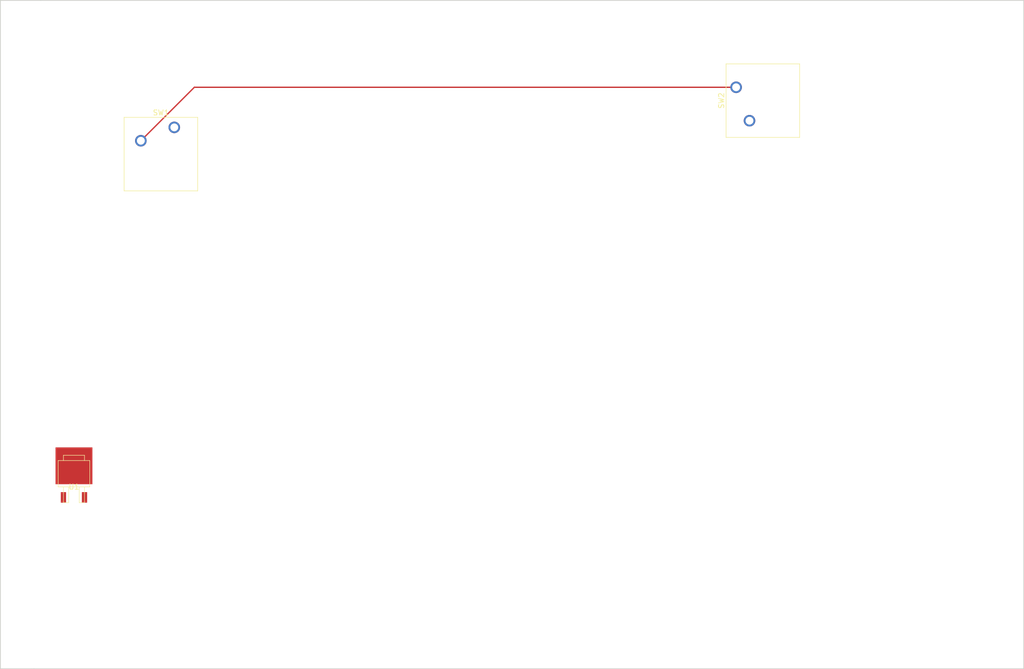
<source format=kicad_pcb>
(kicad_pcb (version 4) (host pcbnew 4.0.2+dfsg1-stable)

  (general
    (links 1)
    (no_connects 0)
    (area 46.914999 21.514999 241.375001 148.665001)
    (thickness 1.6)
    (drawings 6)
    (tracks 2)
    (zones 0)
    (modules 3)
    (nets 7)
  )

  (page A4)
  (layers
    (0 F.Cu signal)
    (31 B.Cu signal)
    (32 B.Adhes user)
    (33 F.Adhes user)
    (34 B.Paste user)
    (35 F.Paste user)
    (36 B.SilkS user)
    (37 F.SilkS user)
    (38 B.Mask user)
    (39 F.Mask user)
    (40 Dwgs.User user)
    (41 Cmts.User user)
    (42 Eco1.User user)
    (43 Eco2.User user)
    (44 Edge.Cuts user)
    (45 Margin user)
    (46 B.CrtYd user)
    (47 F.CrtYd user)
    (48 B.Fab user)
    (49 F.Fab user)
  )

  (setup
    (last_trace_width 0.25)
    (trace_clearance 0.2)
    (zone_clearance 0.508)
    (zone_45_only no)
    (trace_min 0.2)
    (segment_width 0.2)
    (edge_width 0.15)
    (via_size 0.6)
    (via_drill 0.4)
    (via_min_size 0.4)
    (via_min_drill 0.3)
    (uvia_size 0.3)
    (uvia_drill 0.1)
    (uvias_allowed no)
    (uvia_min_size 0.2)
    (uvia_min_drill 0.1)
    (pcb_text_width 0.3)
    (pcb_text_size 1.5 1.5)
    (mod_edge_width 0.15)
    (mod_text_size 1 1)
    (mod_text_width 0.15)
    (pad_size 1.524 1.524)
    (pad_drill 0.762)
    (pad_to_mask_clearance 0.2)
    (aux_axis_origin 0 0)
    (visible_elements FFFFFF7F)
    (pcbplotparams
      (layerselection 0x00030_80000001)
      (usegerberextensions false)
      (excludeedgelayer true)
      (linewidth 0.100000)
      (plotframeref false)
      (viasonmask false)
      (mode 1)
      (useauxorigin false)
      (hpglpennumber 1)
      (hpglpenspeed 20)
      (hpglpendiameter 15)
      (hpglpenoverlay 2)
      (psnegative false)
      (psa4output false)
      (plotreference true)
      (plotvalue true)
      (plotinvisibletext false)
      (padsonsilk false)
      (subtractmaskfromsilk false)
      (outputformat 1)
      (mirror false)
      (drillshape 1)
      (scaleselection 1)
      (outputdirectory ""))
  )

  (net 0 "")
  (net 1 "Net-(SW1-Pad1)")
  (net 2 "Net-(SW1-Pad2)")
  (net 3 "Net-(SW2-Pad2)")
  (net 4 "Net-(U1-Pad1)")
  (net 5 "Net-(U1-Pad14)")
  (net 6 "Net-(U1-Pad13)")

  (net_class Default "This is the default net class."
    (clearance 0.2)
    (trace_width 0.25)
    (via_dia 0.6)
    (via_drill 0.4)
    (uvia_dia 0.3)
    (uvia_drill 0.1)
    (add_net "Net-(SW1-Pad1)")
    (add_net "Net-(SW1-Pad2)")
    (add_net "Net-(SW2-Pad2)")
    (add_net "Net-(U1-Pad1)")
    (add_net "Net-(U1-Pad13)")
    (add_net "Net-(U1-Pad14)")
  )

  (module Buttons_Switches_Keyboard:SW_Cherry_MX1A_1.00u_PCB (layer F.Cu) (tedit 59ECAF15) (tstamp 5AECCEE3)
    (at 80.01 45.72)
    (descr "Cherry MX keyswitch, MX1A, 1u, PCB mount, http://cherryamericas.com/wp-content/uploads/2014/12/mx_cat.pdf")
    (tags "cherry mx keyswitch MX1A 1u PCB")
    (path /5AEA16F2)
    (fp_text reference SW1 (at -2.54 -2.794) (layer F.SilkS)
      (effects (font (size 1 1) (thickness 0.15)))
    )
    (fp_text value SW_PUSH (at -2.54 12.954) (layer F.Fab)
      (effects (font (size 1 1) (thickness 0.15)))
    )
    (fp_text user %R (at -2.54 -2.794) (layer F.Fab)
      (effects (font (size 1 1) (thickness 0.15)))
    )
    (fp_line (start -8.89 -1.27) (end 3.81 -1.27) (layer F.Fab) (width 0.15))
    (fp_line (start 3.81 -1.27) (end 3.81 11.43) (layer F.Fab) (width 0.15))
    (fp_line (start 3.81 11.43) (end -8.89 11.43) (layer F.Fab) (width 0.15))
    (fp_line (start -8.89 11.43) (end -8.89 -1.27) (layer F.Fab) (width 0.15))
    (fp_line (start -9.78 12.32) (end -9.78 -2.16) (layer F.CrtYd) (width 0.05))
    (fp_line (start 4.7 12.32) (end -9.78 12.32) (layer F.CrtYd) (width 0.05))
    (fp_line (start 4.7 -2.16) (end 4.7 12.32) (layer F.CrtYd) (width 0.05))
    (fp_line (start -9.78 -2.16) (end 4.7 -2.16) (layer F.CrtYd) (width 0.05))
    (fp_line (start -12.065 -4.445) (end 6.985 -4.445) (layer Dwgs.User) (width 0.15))
    (fp_line (start 6.985 -4.445) (end 6.985 14.605) (layer Dwgs.User) (width 0.15))
    (fp_line (start 6.985 14.605) (end -12.065 14.605) (layer Dwgs.User) (width 0.15))
    (fp_line (start -12.065 14.605) (end -12.065 -4.445) (layer Dwgs.User) (width 0.15))
    (fp_line (start -9.525 -1.905) (end 4.445 -1.905) (layer F.SilkS) (width 0.12))
    (fp_line (start 4.445 -1.905) (end 4.445 12.065) (layer F.SilkS) (width 0.12))
    (fp_line (start 4.445 12.065) (end -9.525 12.065) (layer F.SilkS) (width 0.12))
    (fp_line (start -9.525 12.065) (end -9.525 -1.905) (layer F.SilkS) (width 0.12))
    (pad 1 thru_hole circle (at 0 0) (size 2.2 2.2) (drill 1.5) (layers *.Cu *.Mask)
      (net 1 "Net-(SW1-Pad1)"))
    (pad 2 thru_hole circle (at -6.35 2.54) (size 2.2 2.2) (drill 1.5) (layers *.Cu *.Mask)
      (net 2 "Net-(SW1-Pad2)"))
    (pad "" np_thru_hole circle (at -2.54 5.08) (size 4 4) (drill 4) (layers *.Cu *.Mask))
    (pad "" np_thru_hole circle (at -7.62 5.08) (size 1.7 1.7) (drill 1.7) (layers *.Cu *.Mask))
    (pad "" np_thru_hole circle (at 2.54 5.08) (size 1.7 1.7) (drill 1.7) (layers *.Cu *.Mask))
    (model ${KISYS3DMOD}/Buttons_Switches_Keyboard.3dshapes/SW_Cherry_MX1A_1.00u_PCB.wrl
      (at (xyz 0 0 0))
      (scale (xyz 1 1 1))
      (rotate (xyz 0 0 0))
    )
  )

  (module Buttons_Switches_Keyboard:SW_Cherry_MX1A_1.00u_PCB (layer F.Cu) (tedit 59ECAF15) (tstamp 5AECCEFD)
    (at 186.69 38.1 90)
    (descr "Cherry MX keyswitch, MX1A, 1u, PCB mount, http://cherryamericas.com/wp-content/uploads/2014/12/mx_cat.pdf")
    (tags "cherry mx keyswitch MX1A 1u PCB")
    (path /5AECBBCB)
    (fp_text reference SW2 (at -2.54 -2.794 90) (layer F.SilkS)
      (effects (font (size 1 1) (thickness 0.15)))
    )
    (fp_text value SW_PUSH (at -2.54 12.954 90) (layer F.Fab)
      (effects (font (size 1 1) (thickness 0.15)))
    )
    (fp_text user %R (at -2.54 -2.794 90) (layer F.Fab)
      (effects (font (size 1 1) (thickness 0.15)))
    )
    (fp_line (start -8.89 -1.27) (end 3.81 -1.27) (layer F.Fab) (width 0.15))
    (fp_line (start 3.81 -1.27) (end 3.81 11.43) (layer F.Fab) (width 0.15))
    (fp_line (start 3.81 11.43) (end -8.89 11.43) (layer F.Fab) (width 0.15))
    (fp_line (start -8.89 11.43) (end -8.89 -1.27) (layer F.Fab) (width 0.15))
    (fp_line (start -9.78 12.32) (end -9.78 -2.16) (layer F.CrtYd) (width 0.05))
    (fp_line (start 4.7 12.32) (end -9.78 12.32) (layer F.CrtYd) (width 0.05))
    (fp_line (start 4.7 -2.16) (end 4.7 12.32) (layer F.CrtYd) (width 0.05))
    (fp_line (start -9.78 -2.16) (end 4.7 -2.16) (layer F.CrtYd) (width 0.05))
    (fp_line (start -12.065 -4.445) (end 6.985 -4.445) (layer Dwgs.User) (width 0.15))
    (fp_line (start 6.985 -4.445) (end 6.985 14.605) (layer Dwgs.User) (width 0.15))
    (fp_line (start 6.985 14.605) (end -12.065 14.605) (layer Dwgs.User) (width 0.15))
    (fp_line (start -12.065 14.605) (end -12.065 -4.445) (layer Dwgs.User) (width 0.15))
    (fp_line (start -9.525 -1.905) (end 4.445 -1.905) (layer F.SilkS) (width 0.12))
    (fp_line (start 4.445 -1.905) (end 4.445 12.065) (layer F.SilkS) (width 0.12))
    (fp_line (start 4.445 12.065) (end -9.525 12.065) (layer F.SilkS) (width 0.12))
    (fp_line (start -9.525 12.065) (end -9.525 -1.905) (layer F.SilkS) (width 0.12))
    (pad 1 thru_hole circle (at 0 0 90) (size 2.2 2.2) (drill 1.5) (layers *.Cu *.Mask)
      (net 2 "Net-(SW1-Pad2)"))
    (pad 2 thru_hole circle (at -6.35 2.54 90) (size 2.2 2.2) (drill 1.5) (layers *.Cu *.Mask)
      (net 3 "Net-(SW2-Pad2)"))
    (pad "" np_thru_hole circle (at -2.54 5.08 90) (size 4 4) (drill 4) (layers *.Cu *.Mask))
    (pad "" np_thru_hole circle (at -7.62 5.08 90) (size 1.7 1.7) (drill 1.7) (layers *.Cu *.Mask))
    (pad "" np_thru_hole circle (at 2.54 5.08 90) (size 1.7 1.7) (drill 1.7) (layers *.Cu *.Mask))
    (model ${KISYS3DMOD}/Buttons_Switches_Keyboard.3dshapes/SW_Cherry_MX1A_1.00u_PCB.wrl
      (at (xyz 0 0 0))
      (scale (xyz 1 1 1))
      (rotate (xyz 0 0 0))
    )
  )

  (module TO_SOT_Packages_SMD:SOT-428 (layer F.Cu) (tedit 0) (tstamp 5AECCF04)
    (at 60.96 113.03)
    (descr SOT428)
    (path /5AEA0FD9)
    (attr smd)
    (fp_text reference U1 (at 0 1) (layer F.SilkS)
      (effects (font (size 1 1)))
    )
    (fp_text value 4066 (at 0 0) (layer F.Fab)
      (effects (font (size 1 1)))
    )
    (fp_line (start -2 -4) (end -2 -5) (layer F.SilkS) (width 0))
    (fp_line (start -2 -5) (end 2 -5) (layer F.SilkS) (width 0))
    (fp_line (start 2 -5) (end 2 -4) (layer F.SilkS) (width 0))
    (fp_line (start 1 1) (end 1 4) (layer F.SilkS) (width 0))
    (fp_line (start 2 4) (end 2 1) (layer F.SilkS) (width 0))
    (fp_line (start 1 4) (end 2 4) (layer F.SilkS) (width 0))
    (fp_line (start -2 4) (end -1 4) (layer F.SilkS) (width 0))
    (fp_line (start -1 4) (end -1 1) (layer F.SilkS) (width 0))
    (fp_line (start -2 1) (end -2 4) (layer F.SilkS) (width 0))
    (fp_line (start 3 1) (end 3 -4) (layer F.SilkS) (width 0))
    (fp_line (start 3 -4) (end -3 -4) (layer F.SilkS) (width 0))
    (fp_line (start -3 -4) (end -3 1) (layer F.SilkS) (width 0))
    (fp_line (start 3 1) (end -3 1) (layer F.SilkS) (width 0))
    (pad 1 smd rect (at -2 3) (size 1 2) (layers F.Cu F.Paste F.Mask)
      (net 4 "Net-(U1-Pad1)"))
    (pad 3 smd rect (at 2 3) (size 1 2) (layers F.Cu F.Paste F.Mask)
      (net 5 "Net-(U1-Pad14)"))
    (pad 2 smd rect (at 0 -3) (size 7 7) (layers F.Cu F.Paste F.Mask)
      (net 6 "Net-(U1-Pad13)"))
    (model TO_SOT_Packages_SMD.3dshapes/SOT-428.wrl
      (at (xyz 0 0 0))
      (scale (xyz 1 1 1))
      (rotate (xyz 0 0 0))
    )
  )

  (gr_line (start 46.99 21.59) (end 54.61 21.59) (angle 90) (layer Edge.Cuts) (width 0.15))
  (gr_line (start 46.99 148.59) (end 46.99 21.59) (angle 90) (layer Edge.Cuts) (width 0.15))
  (gr_line (start 53.34 148.59) (end 46.99 148.59) (angle 90) (layer Edge.Cuts) (width 0.15))
  (gr_line (start 241.3 148.59) (end 53.34 148.59) (angle 90) (layer Edge.Cuts) (width 0.15))
  (gr_line (start 241.3 21.59) (end 241.3 148.59) (angle 90) (layer Edge.Cuts) (width 0.15))
  (gr_line (start 54.61 21.59) (end 241.3 21.59) (angle 90) (layer Edge.Cuts) (width 0.15))

  (segment (start 73.66 48.26) (end 83.82 38.1) (width 0.25) (layer F.Cu) (net 2) (status 80000))
  (segment (start 83.82 38.1) (end 186.69 38.1) (width 0.25) (layer F.Cu) (net 2) (status 80000))

)

</source>
